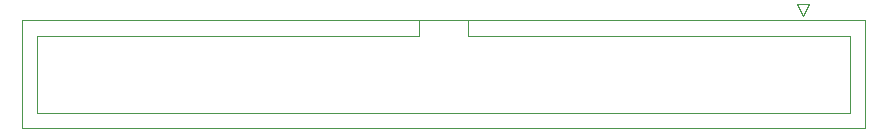
<source format=gbr>
%TF.GenerationSoftware,KiCad,Pcbnew,7.0.7*%
%TF.CreationDate,2023-09-18T17:25:18-04:00*%
%TF.ProjectId,N64 Cart FFC,4e363420-4361-4727-9420-4646432e6b69,rev?*%
%TF.SameCoordinates,Original*%
%TF.FileFunction,Legend,Top*%
%TF.FilePolarity,Positive*%
%FSLAX46Y46*%
G04 Gerber Fmt 4.6, Leading zero omitted, Abs format (unit mm)*
G04 Created by KiCad (PCBNEW 7.0.7) date 2023-09-18 17:25:18*
%MOMM*%
%LPD*%
G01*
G04 APERTURE LIST*
%ADD10C,0.120000*%
G04 APERTURE END LIST*
D10*
%TO.C,J1*%
X127610000Y-70020000D02*
X159950000Y-70020000D01*
X159950000Y-70020000D02*
X159950000Y-68710000D01*
X197690000Y-77830000D02*
X126310000Y-77830000D01*
X196390000Y-76520000D02*
X127610000Y-76520000D01*
X127610000Y-76520000D02*
X127610000Y-70020000D01*
X126310000Y-77830000D02*
X126310000Y-68710000D01*
X126310000Y-68710000D02*
X197690000Y-68710000D01*
X164050000Y-70020000D02*
X196390000Y-70020000D01*
X192480000Y-68320000D02*
X192980000Y-67320000D01*
X197690000Y-68710000D02*
X197690000Y-77830000D01*
X196390000Y-70020000D02*
X196390000Y-76520000D01*
X164050000Y-68710000D02*
X164050000Y-70020000D01*
X159950000Y-70020000D02*
X159950000Y-70020000D01*
X191980000Y-67320000D02*
X192480000Y-68320000D01*
X192980000Y-67320000D02*
X191980000Y-67320000D01*
%TD*%
M02*

</source>
